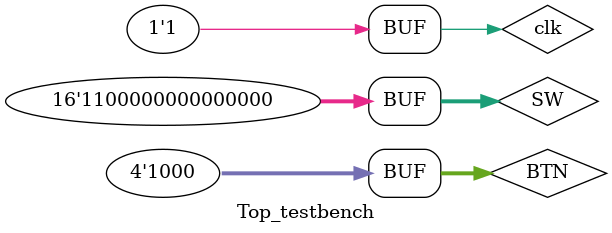
<source format=v>
`timescale 1ns / 1ps


module Top_testbench(

    );
    reg clk;
    reg [15:0] SW;
    reg [3:0] BTN;
    wire [3:0] AN;
    wire [7:0] SEGMENT;
    wire BTNX4;

    top top_uut(
	    .clk(clk),
	    .SW(SW),
	    .BTN(BTN),
	    .AN(AN),
	    .SEGMENT(SEGMENT),
	    .BTNX4(BTNX4) 
    ); 


    initial begin
        clk = 0;
        SW = 16'b000000000000000;
        BTN = 4'b0000;

        #25;
        clk = 1;
        #25;
        clk = 0;
        #25;
        clk = 1;
        #25;
        BTN = 4'b0100;
        clk = 0;
        #25;
        SW = 16'b0000000000000001;
        BTN = 4'b0000;
        #25;
        BTN = 4'b0100;

        #25;
        clk = 1;
        #25;
        clk = 0;
        SW = 16'b0000000000000000;
        BTN = 4'b1000;
        #25;
        BTN = 4'b0000;
        #25;
        SW = 16'b0000000000000010;
        BTN = 4'b1000;
        //jieshuwei275

        #25;
        //300
        #25;
        clk = 1;
        #25;
        clk = 0;
        #25;
        clk = 1;
        #25;//400
        clk = 0;
        #25;
        clk = 1;
        #25;
        clk = 0;
        #25;
        clk = 1;
        #25;
        clk = 0;
        #25;//500
        SW = 16'b0100000000000000;
        clk = 1;
        #25;
        clk = 0;
        #25;
        clk = 1;
        #25;
        clk = 0;
        #25;
        clk = 1;
        #25;
        clk = 0;
        #25;
        clk = 1;
        #25;
        clk = 0;
        #25;//700
        SW = 16'b1000000000000000;
        clk = 1;
        #25;
        clk = 0;
        #25;
        clk = 1;
        #25;
        clk = 0;
        #25;
        clk = 1;
        #25;
        clk = 0;
        #25;
        clk = 1;
        #25;
        clk = 0;
        #25;//900
        SW = 16'b1100000000000000;
        clk = 1;
        #25;
        clk = 0;
        #25;
        clk = 1;
        #25;
        clk = 0;
        #25;
        clk = 1;

    end

    //initial 
    //    forever begin
    //    #50;
    //    clk = ~clk;
    //end

    

endmodule

</source>
